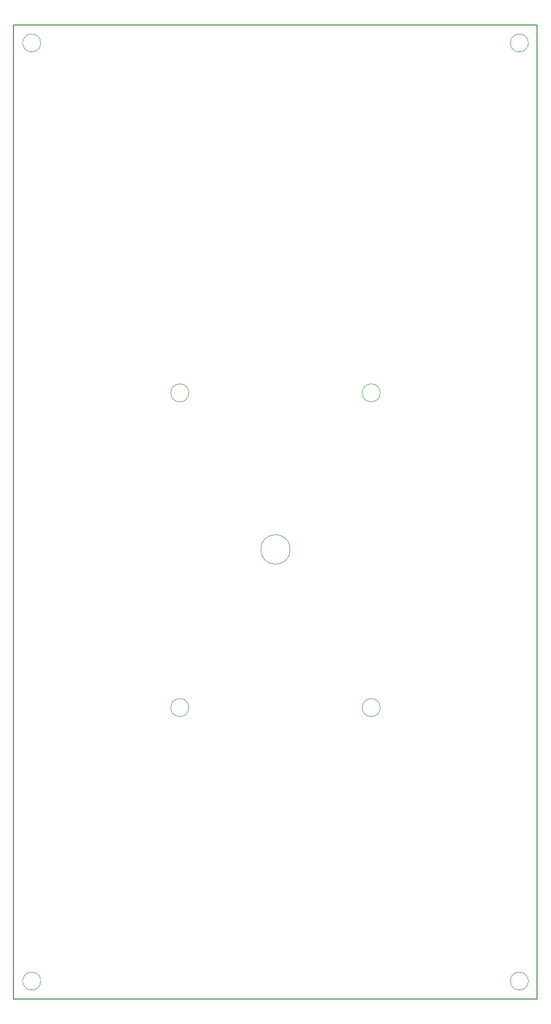
<source format=gbr>
%TF.GenerationSoftware,KiCad,Pcbnew,8.0.0*%
%TF.CreationDate,2025-03-31T17:33:55-04:00*%
%TF.ProjectId,oshe_dmm_project_v1,6f736865-5f64-46d6-9d5f-70726f6a6563,V1*%
%TF.SameCoordinates,Original*%
%TF.FileFunction,Profile,NP*%
%FSLAX46Y46*%
G04 Gerber Fmt 4.6, Leading zero omitted, Abs format (unit mm)*
G04 Created by KiCad (PCBNEW 8.0.0) date 2025-03-31 17:33:55*
%MOMM*%
%LPD*%
G01*
G04 APERTURE LIST*
%TA.AperFunction,Profile*%
%ADD10C,0.050000*%
%TD*%
%TA.AperFunction,Profile*%
%ADD11C,0.200000*%
%TD*%
G04 APERTURE END LIST*
D10*
X207416000Y-66226000D02*
G75*
G02*
X204368000Y-66226000I-1524000J0D01*
G01*
X204368000Y-66226000D02*
G75*
G02*
X207416000Y-66226000I1524000J0D01*
G01*
X124612000Y-225230000D02*
G75*
G02*
X121564000Y-225230000I-1524000J0D01*
G01*
X121564000Y-225230000D02*
G75*
G02*
X124612000Y-225230000I1524000J0D01*
G01*
X149758000Y-125535000D02*
G75*
G02*
X146710000Y-125535000I-1524000J0D01*
G01*
X146710000Y-125535000D02*
G75*
G02*
X149758000Y-125535000I1524000J0D01*
G01*
D11*
X120040000Y-63178000D02*
X208940000Y-63178000D01*
X208940000Y-228278000D01*
X120040000Y-228278000D01*
X120040000Y-63178000D01*
D10*
X182270000Y-125535000D02*
G75*
G02*
X179222000Y-125535000I-1524000J0D01*
G01*
X179222000Y-125535000D02*
G75*
G02*
X182270000Y-125535000I1524000J0D01*
G01*
X207416000Y-225230000D02*
G75*
G02*
X204368000Y-225230000I-1524000J0D01*
G01*
X204368000Y-225230000D02*
G75*
G02*
X207416000Y-225230000I1524000J0D01*
G01*
X124612000Y-66226000D02*
G75*
G02*
X121564000Y-66226000I-1524000J0D01*
G01*
X121564000Y-66226000D02*
G75*
G02*
X124612000Y-66226000I1524000J0D01*
G01*
X182270000Y-178875000D02*
G75*
G02*
X179222000Y-178875000I-1524000J0D01*
G01*
X179222000Y-178875000D02*
G75*
G02*
X182270000Y-178875000I1524000J0D01*
G01*
X166990000Y-152078000D02*
G75*
G02*
X161990000Y-152078000I-2500000J0D01*
G01*
X161990000Y-152078000D02*
G75*
G02*
X166990000Y-152078000I2500000J0D01*
G01*
X149758000Y-178875000D02*
G75*
G02*
X146710000Y-178875000I-1524000J0D01*
G01*
X146710000Y-178875000D02*
G75*
G02*
X149758000Y-178875000I1524000J0D01*
G01*
M02*

</source>
